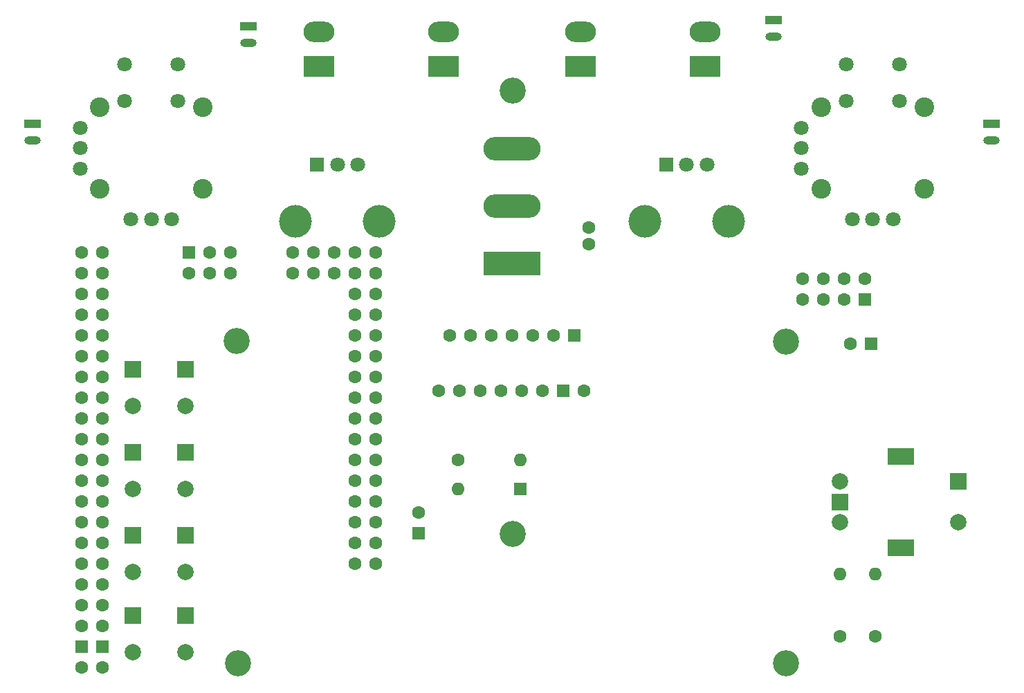
<source format=gbr>
%TF.GenerationSoftware,KiCad,Pcbnew,7.0.8*%
%TF.CreationDate,2025-03-16T00:58:01-04:00*%
%TF.ProjectId,RCTransmitterAecertRobotics,52435472-616e-4736-9d69-747465724165,V1.02*%
%TF.SameCoordinates,Original*%
%TF.FileFunction,Soldermask,Bot*%
%TF.FilePolarity,Negative*%
%FSLAX46Y46*%
G04 Gerber Fmt 4.6, Leading zero omitted, Abs format (unit mm)*
G04 Created by KiCad (PCBNEW 7.0.8) date 2025-03-16 00:58:01*
%MOMM*%
%LPD*%
G01*
G04 APERTURE LIST*
G04 Aperture macros list*
%AMRoundRect*
0 Rectangle with rounded corners*
0 $1 Rounding radius*
0 $2 $3 $4 $5 $6 $7 $8 $9 X,Y pos of 4 corners*
0 Add a 4 corners polygon primitive as box body*
4,1,4,$2,$3,$4,$5,$6,$7,$8,$9,$2,$3,0*
0 Add four circle primitives for the rounded corners*
1,1,$1+$1,$2,$3*
1,1,$1+$1,$4,$5*
1,1,$1+$1,$6,$7*
1,1,$1+$1,$8,$9*
0 Add four rect primitives between the rounded corners*
20,1,$1+$1,$2,$3,$4,$5,0*
20,1,$1+$1,$4,$5,$6,$7,0*
20,1,$1+$1,$6,$7,$8,$9,0*
20,1,$1+$1,$8,$9,$2,$3,0*%
G04 Aperture macros list end*
%ADD10R,3.800000X2.500000*%
%ADD11RoundRect,1.250000X0.650000X0.000000X-0.650000X0.000000X-0.650000X0.000000X0.650000X0.000000X0*%
%ADD12C,2.000000*%
%ADD13R,2.000000X2.000000*%
%ADD14R,3.200000X2.000000*%
%ADD15C,3.200000*%
%ADD16C,1.600000*%
%ADD17O,1.600000X1.600000*%
%ADD18R,2.000000X1.000000*%
%ADD19O,2.000000X1.000000*%
%ADD20R,7.000000X2.900000*%
%ADD21O,7.000000X2.900000*%
%ADD22C,4.000000*%
%ADD23R,1.800000X1.800000*%
%ADD24C,1.800000*%
%ADD25R,1.600000X1.600000*%
%ADD26C,2.400000*%
G04 APERTURE END LIST*
D10*
%TO.C,Toggle1*%
X117348000Y-66072000D03*
D11*
X117348000Y-61872000D03*
%TD*%
D12*
%TO.C,Rotary_Encoder1*%
X181080000Y-116920000D03*
X181080000Y-121920000D03*
D13*
X181080000Y-119420000D03*
D14*
X188580000Y-113820000D03*
X188580000Y-125020000D03*
D12*
X195580000Y-121920000D03*
D13*
X195580000Y-116920000D03*
%TD*%
D15*
%TO.C,H5*%
X107306032Y-99690751D03*
%TD*%
D16*
%TO.C,R4*%
X181102000Y-135890000D03*
D17*
X181102000Y-128270000D03*
%TD*%
D13*
%TO.C,Button3*%
X94540000Y-123480000D03*
X101040000Y-123480000D03*
D12*
X94540000Y-127980000D03*
X101040000Y-127980000D03*
%TD*%
D15*
%TO.C,H9*%
X141024288Y-69041240D03*
%TD*%
D10*
%TO.C,Toggle3*%
X149352000Y-66072000D03*
D11*
X149352000Y-61872000D03*
%TD*%
D15*
%TO.C,H7*%
X107445778Y-139162731D03*
%TD*%
D13*
%TO.C,Button4*%
X94540000Y-133300000D03*
X101040000Y-133300000D03*
D12*
X94540000Y-137800000D03*
X101040000Y-137800000D03*
%TD*%
D13*
%TO.C,Button2*%
X94540000Y-113320000D03*
X101040000Y-113320000D03*
D12*
X94540000Y-117820000D03*
X101040000Y-117820000D03*
%TD*%
D13*
%TO.C,Button1*%
X94540000Y-103160000D03*
X101040000Y-103160000D03*
D12*
X94540000Y-107660000D03*
X101040000Y-107660000D03*
%TD*%
D18*
%TO.C,Bumper1*%
X108712000Y-61214000D03*
D19*
X108712000Y-63246000D03*
%TD*%
D20*
%TO.C,PowerSwitch1*%
X140970000Y-90200000D03*
D21*
X140970000Y-83200000D03*
X140970000Y-76200000D03*
%TD*%
D15*
%TO.C,H6*%
X174493637Y-99822788D03*
%TD*%
D10*
%TO.C,Toggle4*%
X164592000Y-66072000D03*
D11*
X164592000Y-61872000D03*
%TD*%
D22*
%TO.C,Pot1*%
X124705737Y-85096874D03*
X114478111Y-85096874D03*
D23*
X117100000Y-78090000D03*
D24*
X119600000Y-78090000D03*
X122100000Y-78090000D03*
%TD*%
D18*
%TO.C,Bumper3*%
X172974000Y-60452000D03*
D19*
X172974000Y-62484000D03*
%TD*%
D10*
%TO.C,Toggle2*%
X132588000Y-66072000D03*
D11*
X132588000Y-61872000D03*
%TD*%
D22*
%TO.C,Pot2*%
X167432154Y-85092683D03*
X157253351Y-85092683D03*
D23*
X159840000Y-78090000D03*
D24*
X162340000Y-78090000D03*
X164840000Y-78090000D03*
%TD*%
D16*
%TO.C,R3*%
X185420000Y-135890000D03*
D17*
X185420000Y-128270000D03*
%TD*%
D16*
%TO.C,OLED_LCD_Display1*%
X133350000Y-99060000D03*
X135890000Y-99060000D03*
X138430000Y-99060000D03*
X140970000Y-99060000D03*
X143510000Y-99060000D03*
X146050000Y-99060000D03*
D25*
X148590000Y-99060000D03*
%TD*%
D15*
%TO.C,H10*%
X141018739Y-123314035D03*
%TD*%
%TO.C,H8*%
X174498151Y-139192604D03*
%TD*%
D24*
%TO.C,Joystick1*%
X94335000Y-84850000D03*
X96835000Y-84850000D03*
X99335000Y-84850000D03*
X88105000Y-73620000D03*
X88105000Y-76120000D03*
X88105000Y-78620000D03*
X100085000Y-70370000D03*
X93585000Y-70370000D03*
X100085000Y-65870000D03*
X93585000Y-65870000D03*
D26*
X90510000Y-81120000D03*
X103160000Y-81120000D03*
X103160000Y-71120000D03*
X90510000Y-71120000D03*
%TD*%
%TO.C,Joystick2*%
X178780000Y-71120000D03*
X191430000Y-71120000D03*
X191430000Y-81120000D03*
X178780000Y-81120000D03*
D24*
X181855000Y-65870000D03*
X188355000Y-65870000D03*
X181855000Y-70370000D03*
X188355000Y-70370000D03*
X176375000Y-78620000D03*
X176375000Y-76120000D03*
X176375000Y-73620000D03*
X187605000Y-84850000D03*
X185105000Y-84850000D03*
X182605000Y-84850000D03*
%TD*%
D16*
%TO.C,C2*%
X129540000Y-120714888D03*
D25*
X129540000Y-123214888D03*
%TD*%
D16*
%TO.C,Battery1*%
X150368000Y-85852000D03*
X150368000Y-87852000D03*
%TD*%
%TO.C,Gyroscope1*%
X149789454Y-105816523D03*
D25*
X147249454Y-105816523D03*
D16*
X144709454Y-105816523D03*
X142169454Y-105816523D03*
X139629454Y-105816523D03*
X137089454Y-105816523D03*
X134549454Y-105816523D03*
X132009454Y-105816523D03*
%TD*%
D25*
%TO.C,R2*%
X141986000Y-117856000D03*
D17*
X134366000Y-117856000D03*
%TD*%
D16*
%TO.C,Arduino_Mega_Pro1*%
X90805000Y-127000000D03*
X88265000Y-127000000D03*
X90805000Y-124460000D03*
X88265000Y-124460000D03*
X88265000Y-132080000D03*
X90805000Y-132080000D03*
X90805000Y-121920000D03*
X88265000Y-121920000D03*
X88265000Y-134620000D03*
X90805000Y-134620000D03*
X106480000Y-88900000D03*
X90805000Y-119380000D03*
X88265000Y-119380000D03*
X90805000Y-116840000D03*
X88265000Y-116840000D03*
X90805000Y-114300000D03*
X88265000Y-114300000D03*
X90805000Y-111760000D03*
X88265000Y-111760000D03*
X90805000Y-109220000D03*
X88265000Y-109220000D03*
X90805000Y-106680000D03*
X88265000Y-106680000D03*
X90805000Y-104140000D03*
X88265000Y-104140000D03*
X90805000Y-101600000D03*
X88265000Y-101600000D03*
X90805000Y-99060000D03*
X88265000Y-99060000D03*
X90805000Y-96520000D03*
X88265000Y-96520000D03*
X90805000Y-93980000D03*
X88265000Y-93980000D03*
X90805000Y-91440000D03*
X88265000Y-91440000D03*
X90805000Y-88900000D03*
X88265000Y-88900000D03*
X124260000Y-106680000D03*
X121720000Y-106680000D03*
X124260000Y-104140000D03*
X121720000Y-104140000D03*
X124260000Y-101600000D03*
X121720000Y-101600000D03*
X124260000Y-99060000D03*
X121720000Y-99060000D03*
X124260000Y-96520000D03*
X121720000Y-96520000D03*
X124260000Y-93980000D03*
X121720000Y-93980000D03*
X124260000Y-91440000D03*
X121720000Y-91440000D03*
X124260000Y-88900000D03*
X121720000Y-88900000D03*
X119180000Y-88900000D03*
X119180000Y-91440000D03*
X106480000Y-91440000D03*
X116640000Y-88900000D03*
X103940000Y-88900000D03*
X116640000Y-91440000D03*
X103940000Y-91440000D03*
X114100000Y-88900000D03*
X114100000Y-91440000D03*
X124260000Y-127000000D03*
X121720000Y-127000000D03*
X124260000Y-124460000D03*
X121720000Y-124460000D03*
X124260000Y-121920000D03*
X121720000Y-121920000D03*
X124260000Y-119380000D03*
X121720000Y-119380000D03*
X124260000Y-116840000D03*
X121720000Y-116840000D03*
X124260000Y-114300000D03*
X121720000Y-114300000D03*
X124260000Y-111760000D03*
X121720000Y-111760000D03*
X124260000Y-109220000D03*
X121720000Y-109220000D03*
X90805000Y-129540000D03*
D25*
X88265000Y-137160000D03*
X90805000Y-137160000D03*
X101400000Y-88900000D03*
D16*
X88265000Y-129540000D03*
X101400000Y-91440000D03*
X88265000Y-139700000D03*
X90805000Y-139700000D03*
%TD*%
%TO.C,C1*%
X182372000Y-100076000D03*
D25*
X184872000Y-100076000D03*
%TD*%
D16*
%TO.C,NRF24L01+PA+LNA1*%
X184150000Y-92075000D03*
X181610000Y-92075000D03*
X179070000Y-92075000D03*
X176530000Y-92075000D03*
X176530000Y-94615000D03*
X179070000Y-94615000D03*
X181610000Y-94615000D03*
D25*
X184150000Y-94615000D03*
%TD*%
D18*
%TO.C,Bumper2*%
X82296000Y-73152000D03*
D19*
X82296000Y-75184000D03*
%TD*%
D16*
%TO.C,R1*%
X134366000Y-114300000D03*
D17*
X141986000Y-114300000D03*
%TD*%
D18*
%TO.C,Bumper4*%
X199644000Y-73152000D03*
D19*
X199644000Y-75184000D03*
%TD*%
M02*

</source>
